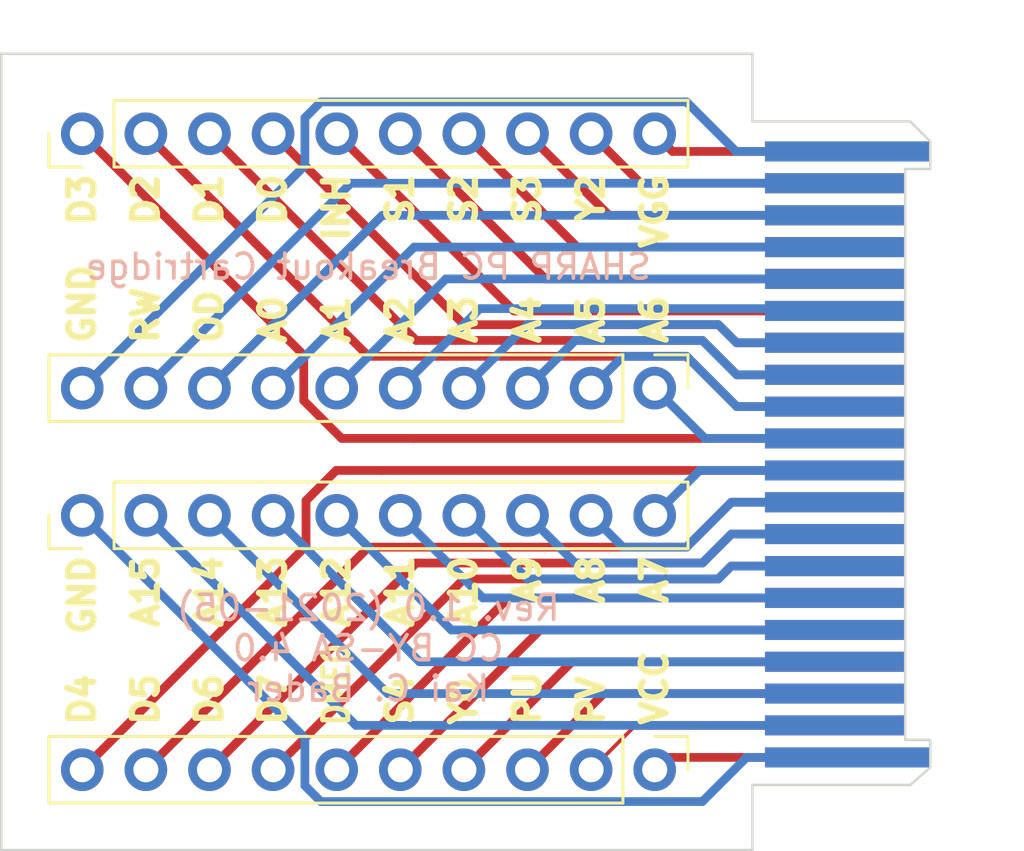
<source format=kicad_pcb>
(kicad_pcb (version 20171130) (host pcbnew 5.1.10-88a1d61d58~88~ubuntu20.10.1)

  (general
    (thickness 1.6)
    (drawings 45)
    (tracks 119)
    (zones 0)
    (modules 5)
    (nets 41)
  )

  (page User 210.007 148.488)
  (title_block
    (title "SHARP PC Breakout Cartridge")
    (date 2021-05-08)
    (rev 1.0)
    (company www.KaiBader.de)
    (comment 1 "CC BY-SA 4.0")
    (comment 2 "Kai C. Bader")
  )

  (layers
    (0 F.Cu signal)
    (31 B.Cu signal)
    (32 B.Adhes user)
    (33 F.Adhes user)
    (34 B.Paste user)
    (35 F.Paste user)
    (36 B.SilkS user)
    (37 F.SilkS user)
    (38 B.Mask user)
    (39 F.Mask user)
    (40 Dwgs.User user)
    (41 Cmts.User user)
    (42 Eco1.User user)
    (43 Eco2.User user)
    (44 Edge.Cuts user)
    (45 Margin user)
    (46 B.CrtYd user)
    (47 F.CrtYd user)
    (48 B.Fab user)
    (49 F.Fab user)
  )

  (setup
    (last_trace_width 0.35)
    (trace_clearance 0.2)
    (zone_clearance 0.508)
    (zone_45_only no)
    (trace_min 0.2)
    (via_size 0.8)
    (via_drill 0.4)
    (via_min_size 0.4)
    (via_min_drill 0.3)
    (uvia_size 0.3)
    (uvia_drill 0.1)
    (uvias_allowed no)
    (uvia_min_size 0.2)
    (uvia_min_drill 0.1)
    (edge_width 0.1)
    (segment_width 0.2)
    (pcb_text_width 0.3)
    (pcb_text_size 1.5 1.5)
    (mod_edge_width 0.15)
    (mod_text_size 1 1)
    (mod_text_width 0.15)
    (pad_size 1.7 1.7)
    (pad_drill 1)
    (pad_to_mask_clearance 0)
    (aux_axis_origin 0 0)
    (visible_elements FFFFFF7F)
    (pcbplotparams
      (layerselection 0x010fc_ffffffff)
      (usegerberextensions true)
      (usegerberattributes false)
      (usegerberadvancedattributes false)
      (creategerberjobfile false)
      (excludeedgelayer true)
      (linewidth 0.100000)
      (plotframeref false)
      (viasonmask false)
      (mode 1)
      (useauxorigin false)
      (hpglpennumber 1)
      (hpglpenspeed 20)
      (hpglpendiameter 15.000000)
      (psnegative false)
      (psa4output false)
      (plotreference true)
      (plotvalue false)
      (plotinvisibletext false)
      (padsonsilk false)
      (subtractmaskfromsilk true)
      (outputformat 1)
      (mirror false)
      (drillshape 0)
      (scaleselection 1)
      (outputdirectory "Gerber/"))
  )

  (net 0 "")
  (net 1 "Net-(J1-Pad1)")
  (net 2 "Net-(J1-Pad2)")
  (net 3 "Net-(J1-Pad3)")
  (net 4 "Net-(J1-Pad4)")
  (net 5 "Net-(J1-Pad5)")
  (net 6 "Net-(J1-Pad6)")
  (net 7 "Net-(J1-Pad7)")
  (net 8 "Net-(J1-Pad8)")
  (net 9 "Net-(J1-Pad9)")
  (net 10 "Net-(J1-Pad10)")
  (net 11 "Net-(J2-Pad10)")
  (net 12 "Net-(J2-Pad9)")
  (net 13 "Net-(J2-Pad8)")
  (net 14 "Net-(J2-Pad7)")
  (net 15 "Net-(J2-Pad6)")
  (net 16 "Net-(J2-Pad5)")
  (net 17 "Net-(J2-Pad4)")
  (net 18 "Net-(J2-Pad3)")
  (net 19 "Net-(J2-Pad2)")
  (net 20 "Net-(J2-Pad1)")
  (net 21 "Net-(J3-Pad36)")
  (net 22 "Net-(J3-Pad34)")
  (net 23 "Net-(J3-Pad32)")
  (net 24 "Net-(J3-Pad30)")
  (net 25 "Net-(J3-Pad28)")
  (net 26 "Net-(J3-Pad26)")
  (net 27 "Net-(J3-Pad24)")
  (net 28 "Net-(J3-Pad22)")
  (net 29 "Net-(J3-Pad40)")
  (net 30 "Net-(J3-Pad38)")
  (net 31 "Net-(J3-Pad37)")
  (net 32 "Net-(J3-Pad35)")
  (net 33 "Net-(J3-Pad33)")
  (net 34 "Net-(J3-Pad31)")
  (net 35 "Net-(J3-Pad29)")
  (net 36 "Net-(J3-Pad27)")
  (net 37 "Net-(J3-Pad25)")
  (net 38 "Net-(J3-Pad23)")
  (net 39 "Net-(J3-Pad21)")
  (net 40 "Net-(J3-Pad39)")

  (net_class Default "This is the default net class."
    (clearance 0.2)
    (trace_width 0.35)
    (via_dia 0.8)
    (via_drill 0.4)
    (uvia_dia 0.3)
    (uvia_drill 0.1)
    (add_net "Net-(J1-Pad1)")
    (add_net "Net-(J1-Pad10)")
    (add_net "Net-(J1-Pad2)")
    (add_net "Net-(J1-Pad3)")
    (add_net "Net-(J1-Pad4)")
    (add_net "Net-(J1-Pad5)")
    (add_net "Net-(J1-Pad6)")
    (add_net "Net-(J1-Pad7)")
    (add_net "Net-(J1-Pad8)")
    (add_net "Net-(J1-Pad9)")
    (add_net "Net-(J2-Pad1)")
    (add_net "Net-(J2-Pad10)")
    (add_net "Net-(J2-Pad2)")
    (add_net "Net-(J2-Pad3)")
    (add_net "Net-(J2-Pad4)")
    (add_net "Net-(J2-Pad5)")
    (add_net "Net-(J2-Pad6)")
    (add_net "Net-(J2-Pad7)")
    (add_net "Net-(J2-Pad8)")
    (add_net "Net-(J2-Pad9)")
    (add_net "Net-(J3-Pad21)")
    (add_net "Net-(J3-Pad22)")
    (add_net "Net-(J3-Pad23)")
    (add_net "Net-(J3-Pad24)")
    (add_net "Net-(J3-Pad25)")
    (add_net "Net-(J3-Pad26)")
    (add_net "Net-(J3-Pad27)")
    (add_net "Net-(J3-Pad28)")
    (add_net "Net-(J3-Pad29)")
    (add_net "Net-(J3-Pad30)")
    (add_net "Net-(J3-Pad31)")
    (add_net "Net-(J3-Pad32)")
    (add_net "Net-(J3-Pad33)")
    (add_net "Net-(J3-Pad34)")
    (add_net "Net-(J3-Pad35)")
    (add_net "Net-(J3-Pad36)")
    (add_net "Net-(J3-Pad37)")
    (add_net "Net-(J3-Pad38)")
    (add_net "Net-(J3-Pad39)")
    (add_net "Net-(J3-Pad40)")
  )

  (module Connector_PinHeader_2.54mm:PinHeader_1x10_P2.54mm_Vertical (layer F.Cu) (tedit 60957974) (tstamp 609595E1)
    (at 90.18 54.38 90)
    (descr "Through hole straight pin header, 1x10, 2.54mm pitch, single row")
    (tags "Through hole pin header THT 1x10 2.54mm single row")
    (path /6094EB79)
    (fp_text reference J2 (at 0 -2.33 90) (layer F.SilkS) hide
      (effects (font (size 1 1) (thickness 0.15)))
    )
    (fp_text value PINS2 (at 0 25.19 90) (layer F.Fab)
      (effects (font (size 1 1) (thickness 0.15)))
    )
    (fp_line (start 1.8 -1.8) (end -1.8 -1.8) (layer F.CrtYd) (width 0.05))
    (fp_line (start 1.8 24.65) (end 1.8 -1.8) (layer F.CrtYd) (width 0.05))
    (fp_line (start -1.8 24.65) (end 1.8 24.65) (layer F.CrtYd) (width 0.05))
    (fp_line (start -1.8 -1.8) (end -1.8 24.65) (layer F.CrtYd) (width 0.05))
    (fp_line (start -1.33 -1.33) (end 0 -1.33) (layer F.SilkS) (width 0.12))
    (fp_line (start -1.33 0) (end -1.33 -1.33) (layer F.SilkS) (width 0.12))
    (fp_line (start -1.33 1.27) (end 1.33 1.27) (layer F.SilkS) (width 0.12))
    (fp_line (start 1.33 1.27) (end 1.33 24.19) (layer F.SilkS) (width 0.12))
    (fp_line (start -1.33 1.27) (end -1.33 24.19) (layer F.SilkS) (width 0.12))
    (fp_line (start -1.33 24.19) (end 1.33 24.19) (layer F.SilkS) (width 0.12))
    (fp_line (start -1.27 -0.635) (end -0.635 -1.27) (layer F.Fab) (width 0.1))
    (fp_line (start -1.27 24.13) (end -1.27 -0.635) (layer F.Fab) (width 0.1))
    (fp_line (start 1.27 24.13) (end -1.27 24.13) (layer F.Fab) (width 0.1))
    (fp_line (start 1.27 -1.27) (end 1.27 24.13) (layer F.Fab) (width 0.1))
    (fp_line (start -0.635 -1.27) (end 1.27 -1.27) (layer F.Fab) (width 0.1))
    (fp_text user %R (at 0 11.43) (layer F.Fab)
      (effects (font (size 1 1) (thickness 0.15)))
    )
    (pad 10 thru_hole oval (at 0 22.86 90) (size 1.7 1.7) (drill 1) (layers *.Cu *.Mask)
      (net 11 "Net-(J2-Pad10)"))
    (pad 9 thru_hole oval (at 0 20.32 90) (size 1.7 1.7) (drill 1) (layers *.Cu *.Mask)
      (net 12 "Net-(J2-Pad9)"))
    (pad 8 thru_hole oval (at 0 17.78 90) (size 1.7 1.7) (drill 1) (layers *.Cu *.Mask)
      (net 13 "Net-(J2-Pad8)"))
    (pad 7 thru_hole oval (at 0 15.24 90) (size 1.7 1.7) (drill 1) (layers *.Cu *.Mask)
      (net 14 "Net-(J2-Pad7)"))
    (pad 6 thru_hole oval (at 0 12.7 90) (size 1.7 1.7) (drill 1) (layers *.Cu *.Mask)
      (net 15 "Net-(J2-Pad6)"))
    (pad 5 thru_hole oval (at 0 10.16 90) (size 1.7 1.7) (drill 1) (layers *.Cu *.Mask)
      (net 16 "Net-(J2-Pad5)"))
    (pad 4 thru_hole oval (at 0 7.62 90) (size 1.7 1.7) (drill 1) (layers *.Cu *.Mask)
      (net 17 "Net-(J2-Pad4)"))
    (pad 3 thru_hole oval (at 0 5.08 90) (size 1.7 1.7) (drill 1) (layers *.Cu *.Mask)
      (net 18 "Net-(J2-Pad3)"))
    (pad 2 thru_hole oval (at 0 2.54 90) (size 1.7 1.7) (drill 1) (layers *.Cu *.Mask)
      (net 19 "Net-(J2-Pad2)"))
    (pad 1 thru_hole circle (at 0 0 90) (size 1.7 1.7) (drill 1) (layers *.Cu *.Mask)
      (net 20 "Net-(J2-Pad1)"))
    (model ${KISYS3DMOD}/Connector_PinHeader_2.54mm.3dshapes/PinHeader_1x10_P2.54mm_Vertical.wrl
      (at (xyz 0 0 0))
      (scale (xyz 1 1 1))
      (rotate (xyz 0 0 0))
    )
  )

  (module Connector_PinHeader_2.54mm:PinHeader_1x10_P2.54mm_Vertical (layer F.Cu) (tedit 6095798B) (tstamp 609595C3)
    (at 113.04 79.78 270)
    (descr "Through hole straight pin header, 1x10, 2.54mm pitch, single row")
    (tags "Through hole pin header THT 1x10 2.54mm single row")
    (path /60947249)
    (fp_text reference J1 (at 0 -2.33 90) (layer F.SilkS) hide
      (effects (font (size 1 1) (thickness 0.15)))
    )
    (fp_text value PINS1 (at 0 25.19 90) (layer F.Fab)
      (effects (font (size 1 1) (thickness 0.15)))
    )
    (fp_line (start 1.8 -1.8) (end -1.8 -1.8) (layer F.CrtYd) (width 0.05))
    (fp_line (start 1.8 24.65) (end 1.8 -1.8) (layer F.CrtYd) (width 0.05))
    (fp_line (start -1.8 24.65) (end 1.8 24.65) (layer F.CrtYd) (width 0.05))
    (fp_line (start -1.8 -1.8) (end -1.8 24.65) (layer F.CrtYd) (width 0.05))
    (fp_line (start -1.33 -1.33) (end 0 -1.33) (layer F.SilkS) (width 0.12))
    (fp_line (start -1.33 0) (end -1.33 -1.33) (layer F.SilkS) (width 0.12))
    (fp_line (start -1.33 1.27) (end 1.33 1.27) (layer F.SilkS) (width 0.12))
    (fp_line (start 1.33 1.27) (end 1.33 24.19) (layer F.SilkS) (width 0.12))
    (fp_line (start -1.33 1.27) (end -1.33 24.19) (layer F.SilkS) (width 0.12))
    (fp_line (start -1.33 24.19) (end 1.33 24.19) (layer F.SilkS) (width 0.12))
    (fp_line (start -1.27 -0.635) (end -0.635 -1.27) (layer F.Fab) (width 0.1))
    (fp_line (start -1.27 24.13) (end -1.27 -0.635) (layer F.Fab) (width 0.1))
    (fp_line (start 1.27 24.13) (end -1.27 24.13) (layer F.Fab) (width 0.1))
    (fp_line (start 1.27 -1.27) (end 1.27 24.13) (layer F.Fab) (width 0.1))
    (fp_line (start -0.635 -1.27) (end 1.27 -1.27) (layer F.Fab) (width 0.1))
    (fp_text user %R (at 0 11.43) (layer F.Fab)
      (effects (font (size 1 1) (thickness 0.15)))
    )
    (pad 10 thru_hole oval (at 0 22.86 270) (size 1.7 1.7) (drill 1) (layers *.Cu *.Mask)
      (net 10 "Net-(J1-Pad10)"))
    (pad 9 thru_hole oval (at 0 20.32 270) (size 1.7 1.7) (drill 1) (layers *.Cu *.Mask)
      (net 9 "Net-(J1-Pad9)"))
    (pad 8 thru_hole oval (at 0 17.78 270) (size 1.7 1.7) (drill 1) (layers *.Cu *.Mask)
      (net 8 "Net-(J1-Pad8)"))
    (pad 7 thru_hole oval (at 0 15.24 270) (size 1.7 1.7) (drill 1) (layers *.Cu *.Mask)
      (net 7 "Net-(J1-Pad7)"))
    (pad 6 thru_hole oval (at 0 12.7 270) (size 1.7 1.7) (drill 1) (layers *.Cu *.Mask)
      (net 6 "Net-(J1-Pad6)"))
    (pad 5 thru_hole oval (at 0 10.16 270) (size 1.7 1.7) (drill 1) (layers *.Cu *.Mask)
      (net 5 "Net-(J1-Pad5)"))
    (pad 4 thru_hole oval (at 0 7.62 270) (size 1.7 1.7) (drill 1) (layers *.Cu *.Mask)
      (net 4 "Net-(J1-Pad4)"))
    (pad 3 thru_hole oval (at 0 5.08 270) (size 1.7 1.7) (drill 1) (layers *.Cu *.Mask)
      (net 3 "Net-(J1-Pad3)"))
    (pad 2 thru_hole oval (at 0 2.54 270) (size 1.7 1.7) (drill 1) (layers *.Cu *.Mask)
      (net 2 "Net-(J1-Pad2)"))
    (pad 1 thru_hole circle (at 0 0 270) (size 1.7 1.7) (drill 1) (layers *.Cu *.Mask)
      (net 1 "Net-(J1-Pad1)"))
    (model ${KISYS3DMOD}/Connector_PinHeader_2.54mm.3dshapes/PinHeader_1x10_P2.54mm_Vertical.wrl
      (at (xyz 0 0 0))
      (scale (xyz 1 1 1))
      (rotate (xyz 0 0 0))
    )
  )

  (module Sharp-PC-Footprints:SHARP-PC-CARTRIDGE (layer F.Cu) (tedit 5C8C0ECA) (tstamp 6095961C)
    (at 116.944 51.188)
    (descr "Sharp PC 40 Pin Cartridge Connector")
    (tags "Sharp PC Cartridge Connector")
    (path /6095A054)
    (attr smd)
    (fp_text reference J3 (at 3.8 1.1 180) (layer F.Fab) hide
      (effects (font (size 1 1) (thickness 0.15)))
    )
    (fp_text value "40-Pin Connector" (at 8 16.1 90) (layer F.Fab)
      (effects (font (size 1 1) (thickness 0.15)))
    )
    (fp_line (start 0 0) (end 0 2.7) (layer Edge.Cuts) (width 0.1))
    (fp_line (start 0 2.7) (end 6.3 2.7) (layer Edge.Cuts) (width 0.1))
    (fp_line (start 6.3 2.7) (end 7.1 3.5) (layer Edge.Cuts) (width 0.1))
    (fp_line (start 7.1 3.5) (end 7.1 4.6) (layer Edge.Cuts) (width 0.1))
    (fp_line (start 7.1 4.6) (end 6.1 4.6) (layer Edge.Cuts) (width 0.1))
    (fp_line (start 6.1 4.6) (end 6.1 27.4) (layer Edge.Cuts) (width 0.1))
    (fp_line (start 6.1 27.4) (end 7.1 27.4) (layer Edge.Cuts) (width 0.1))
    (fp_line (start 7.1 27.4) (end 7.1 28.5) (layer Edge.Cuts) (width 0.1))
    (fp_line (start 7.1 28.5) (end 6.3 29.2) (layer Edge.Cuts) (width 0.1))
    (fp_line (start 6.3 29.2) (end 0 29.2) (layer Edge.Cuts) (width 0.1))
    (fp_line (start 0 29.2) (end 0 31.8) (layer Edge.Cuts) (width 0.1))
    (fp_poly (pts (xy 0.5 29.2) (xy 6.3 29.2) (xy 7.1 28.5) (xy 7.1 27.4)
      (xy 6.1 27.4) (xy 6.1 4.6) (xy 7.1 4.6) (xy 7.1 3.5)
      (xy 6.3 2.7) (xy 0.5 2.7)) (layer F.Mask) (width 0.05))
    (fp_poly (pts (xy 0.5 29.2) (xy 6.3 29.2) (xy 7.1 28.5) (xy 7.1 27.4)
      (xy 6.1 27.4) (xy 6.1 4.6) (xy 7.1 4.6) (xy 7.1 3.5)
      (xy 6.3 2.7) (xy 0.5 2.7)) (layer B.Mask) (width 0.05))
    (fp_text user "Total Width < 50 mm" (at 1.2 -1.3) (layer Dwgs.User)
      (effects (font (size 1 1) (thickness 0.15)))
    )
    (fp_text user "Height = 31.8 mm" (at 10 17.1 270) (layer Dwgs.User)
      (effects (font (size 1 1) (thickness 0.15)))
    )
    (pad 37 smd rect (at 3.3 7.72 180) (size 5.6 0.8) (layers B.Cu B.Paste B.Mask)
      (net 31 "Net-(J3-Pad37)"))
    (pad 36 smd rect (at 3.3 8.99 180) (size 5.6 0.8) (layers B.Cu B.Paste B.Mask)
      (net 21 "Net-(J3-Pad36)"))
    (pad 35 smd rect (at 3.3 10.27 180) (size 5.6 0.8) (layers B.Cu B.Paste B.Mask)
      (net 32 "Net-(J3-Pad35)"))
    (pad 34 smd rect (at 3.3 11.54 180) (size 5.6 0.8) (layers B.Cu B.Paste B.Mask)
      (net 22 "Net-(J3-Pad34)"))
    (pad 33 smd rect (at 3.3 12.82 180) (size 5.6 0.8) (layers B.Cu B.Paste B.Mask)
      (net 33 "Net-(J3-Pad33)"))
    (pad 32 smd rect (at 3.3 14.09 180) (size 5.6 0.8) (layers B.Cu B.Paste B.Mask)
      (net 23 "Net-(J3-Pad32)"))
    (pad 31 smd rect (at 3.3 15.36 180) (size 5.6 0.8) (layers B.Cu B.Paste B.Mask)
      (net 34 "Net-(J3-Pad31)"))
    (pad 30 smd rect (at 3.3 16.64 180) (size 5.6 0.8) (layers B.Cu B.Paste B.Mask)
      (net 24 "Net-(J3-Pad30)"))
    (pad 29 smd rect (at 3.3 17.91 180) (size 5.6 0.8) (layers B.Cu B.Paste B.Mask)
      (net 35 "Net-(J3-Pad29)"))
    (pad 28 smd rect (at 3.3 19.18 180) (size 5.6 0.8) (layers B.Cu B.Paste B.Mask)
      (net 25 "Net-(J3-Pad28)"))
    (pad 27 smd rect (at 3.3 20.46 180) (size 5.6 0.8) (layers B.Cu B.Paste B.Mask)
      (net 36 "Net-(J3-Pad27)"))
    (pad 26 smd rect (at 3.3 21.73 180) (size 5.6 0.8) (layers B.Cu B.Paste B.Mask)
      (net 26 "Net-(J3-Pad26)"))
    (pad 25 smd rect (at 3.3 23.01 180) (size 5.6 0.8) (layers B.Cu B.Paste B.Mask)
      (net 37 "Net-(J3-Pad25)"))
    (pad 24 smd rect (at 3.3 24.28 180) (size 5.6 0.8) (layers B.Cu B.Paste B.Mask)
      (net 27 "Net-(J3-Pad24)"))
    (pad 23 smd rect (at 3.3 25.55 180) (size 5.6 0.8) (layers B.Cu B.Paste B.Mask)
      (net 38 "Net-(J3-Pad23)"))
    (pad 22 smd rect (at 3.3 26.82 180) (size 5.6 0.8) (layers B.Cu B.Paste B.Mask)
      (net 28 "Net-(J3-Pad22)"))
    (pad 14 smd rect (at 3.3 11.54 180) (size 5.6 0.8) (layers F.Cu F.Paste F.Mask)
      (net 17 "Net-(J2-Pad4)"))
    (pad 13 smd rect (at 3.3 12.82 180) (size 5.6 0.8) (layers F.Cu F.Paste F.Mask)
      (net 18 "Net-(J2-Pad3)"))
    (pad 12 smd rect (at 3.3 14.09 180) (size 5.6 0.8) (layers F.Cu F.Paste F.Mask)
      (net 19 "Net-(J2-Pad2)"))
    (pad 11 smd rect (at 3.3 15.36 180) (size 5.6 0.8) (layers F.Cu F.Paste F.Mask)
      (net 20 "Net-(J2-Pad1)"))
    (pad 10 smd rect (at 3.3 16.64 180) (size 5.6 0.8) (layers F.Cu F.Paste F.Mask)
      (net 10 "Net-(J1-Pad10)"))
    (pad 9 smd rect (at 3.3 17.91 180) (size 5.6 0.8) (layers F.Cu F.Paste F.Mask)
      (net 9 "Net-(J1-Pad9)"))
    (pad 8 smd rect (at 3.3 19.18 180) (size 5.6 0.8) (layers F.Cu F.Paste F.Mask)
      (net 8 "Net-(J1-Pad8)"))
    (pad 7 smd rect (at 3.3 20.46 180) (size 5.6 0.8) (layers F.Cu F.Paste F.Mask)
      (net 7 "Net-(J1-Pad7)"))
    (pad 6 smd rect (at 3.3 21.73 180) (size 5.6 0.8) (layers F.Cu F.Paste F.Mask)
      (net 6 "Net-(J1-Pad6)"))
    (pad 21 smd rect (at 3.8 28.1 180) (size 6.6 0.8) (layers B.Cu B.Paste B.Mask)
      (net 39 "Net-(J3-Pad21)"))
    (pad 40 smd rect (at 3.8 3.9 180) (size 6.6 0.8) (layers B.Cu B.Paste B.Mask)
      (net 29 "Net-(J3-Pad40)"))
    (pad 15 smd rect (at 3.3 10.27 180) (size 5.6 0.8) (layers F.Cu F.Paste F.Mask)
      (net 16 "Net-(J2-Pad5)"))
    (pad 38 smd rect (at 3.3 6.45 180) (size 5.6 0.8) (layers B.Cu B.Paste B.Mask)
      (net 30 "Net-(J3-Pad38)"))
    (pad 3 smd rect (at 3.3 25.55 180) (size 5.6 0.8) (layers F.Cu F.Paste F.Mask)
      (net 3 "Net-(J1-Pad3)"))
    (pad 2 smd rect (at 3.3 26.82 180) (size 5.6 0.8) (layers F.Cu F.Paste F.Mask)
      (net 2 "Net-(J1-Pad2)"))
    (pad 39 smd rect (at 3.3 5.17 180) (size 5.6 0.8) (layers B.Cu B.Paste B.Mask)
      (net 40 "Net-(J3-Pad39)"))
    (pad 16 smd rect (at 3.3 8.99 180) (size 5.6 0.8) (layers F.Cu F.Paste F.Mask)
      (net 15 "Net-(J2-Pad6)"))
    (pad 17 smd rect (at 3.3 7.72 180) (size 5.6 0.8) (layers F.Cu F.Paste F.Mask)
      (net 14 "Net-(J2-Pad7)"))
    (pad 18 smd rect (at 3.3 6.45 180) (size 5.6 0.8) (layers F.Cu F.Paste F.Mask)
      (net 13 "Net-(J2-Pad8)"))
    (pad 5 smd rect (at 3.3 23.01 180) (size 5.6 0.8) (layers F.Cu F.Paste F.Mask)
      (net 5 "Net-(J1-Pad5)"))
    (pad 1 smd rect (at 3.8 28.1 180) (size 6.6 0.8) (layers F.Cu F.Paste F.Mask)
      (net 1 "Net-(J1-Pad1)"))
    (pad 20 smd rect (at 3.8 3.9 180) (size 6.6 0.8) (layers F.Cu F.Paste F.Mask)
      (net 11 "Net-(J2-Pad10)"))
    (pad 4 smd rect (at 3.3 24.28 180) (size 5.6 0.8) (layers F.Cu F.Paste F.Mask)
      (net 4 "Net-(J1-Pad4)"))
    (pad 19 smd rect (at 3.3 5.17 180) (size 5.6 0.8) (layers F.Cu F.Paste F.Mask)
      (net 12 "Net-(J2-Pad9)"))
  )

  (module Connector_PinHeader_2.54mm:PinHeader_1x10_P2.54mm_Vertical (layer F.Cu) (tedit 60957983) (tstamp 6095AB45)
    (at 90.18 69.62 90)
    (descr "Through hole straight pin header, 1x10, 2.54mm pitch, single row")
    (tags "Through hole pin header THT 1x10 2.54mm single row")
    (path /6095318A)
    (fp_text reference J4 (at 0 -2.33 90) (layer F.SilkS) hide
      (effects (font (size 1 1) (thickness 0.15)))
    )
    (fp_text value PINS4 (at 0 25.19 90) (layer F.Fab)
      (effects (font (size 1 1) (thickness 0.15)))
    )
    (fp_line (start -0.635 -1.27) (end 1.27 -1.27) (layer F.Fab) (width 0.1))
    (fp_line (start 1.27 -1.27) (end 1.27 24.13) (layer F.Fab) (width 0.1))
    (fp_line (start 1.27 24.13) (end -1.27 24.13) (layer F.Fab) (width 0.1))
    (fp_line (start -1.27 24.13) (end -1.27 -0.635) (layer F.Fab) (width 0.1))
    (fp_line (start -1.27 -0.635) (end -0.635 -1.27) (layer F.Fab) (width 0.1))
    (fp_line (start -1.33 24.19) (end 1.33 24.19) (layer F.SilkS) (width 0.12))
    (fp_line (start -1.33 1.27) (end -1.33 24.19) (layer F.SilkS) (width 0.12))
    (fp_line (start 1.33 1.27) (end 1.33 24.19) (layer F.SilkS) (width 0.12))
    (fp_line (start -1.33 1.27) (end 1.33 1.27) (layer F.SilkS) (width 0.12))
    (fp_line (start -1.33 0) (end -1.33 -1.33) (layer F.SilkS) (width 0.12))
    (fp_line (start -1.33 -1.33) (end 0 -1.33) (layer F.SilkS) (width 0.12))
    (fp_line (start -1.8 -1.8) (end -1.8 24.65) (layer F.CrtYd) (width 0.05))
    (fp_line (start -1.8 24.65) (end 1.8 24.65) (layer F.CrtYd) (width 0.05))
    (fp_line (start 1.8 24.65) (end 1.8 -1.8) (layer F.CrtYd) (width 0.05))
    (fp_line (start 1.8 -1.8) (end -1.8 -1.8) (layer F.CrtYd) (width 0.05))
    (fp_text user %R (at 0 11.43) (layer F.Fab)
      (effects (font (size 1 1) (thickness 0.15)))
    )
    (pad 1 thru_hole circle (at 0 0 90) (size 1.7 1.7) (drill 1) (layers *.Cu *.Mask)
      (net 39 "Net-(J3-Pad21)"))
    (pad 2 thru_hole oval (at 0 2.54 90) (size 1.7 1.7) (drill 1) (layers *.Cu *.Mask)
      (net 28 "Net-(J3-Pad22)"))
    (pad 3 thru_hole oval (at 0 5.08 90) (size 1.7 1.7) (drill 1) (layers *.Cu *.Mask)
      (net 38 "Net-(J3-Pad23)"))
    (pad 4 thru_hole oval (at 0 7.62 90) (size 1.7 1.7) (drill 1) (layers *.Cu *.Mask)
      (net 27 "Net-(J3-Pad24)"))
    (pad 5 thru_hole oval (at 0 10.16 90) (size 1.7 1.7) (drill 1) (layers *.Cu *.Mask)
      (net 37 "Net-(J3-Pad25)"))
    (pad 6 thru_hole oval (at 0 12.7 90) (size 1.7 1.7) (drill 1) (layers *.Cu *.Mask)
      (net 26 "Net-(J3-Pad26)"))
    (pad 7 thru_hole oval (at 0 15.24 90) (size 1.7 1.7) (drill 1) (layers *.Cu *.Mask)
      (net 36 "Net-(J3-Pad27)"))
    (pad 8 thru_hole oval (at 0 17.78 90) (size 1.7 1.7) (drill 1) (layers *.Cu *.Mask)
      (net 25 "Net-(J3-Pad28)"))
    (pad 9 thru_hole oval (at 0 20.32 90) (size 1.7 1.7) (drill 1) (layers *.Cu *.Mask)
      (net 35 "Net-(J3-Pad29)"))
    (pad 10 thru_hole oval (at 0 22.86 90) (size 1.7 1.7) (drill 1) (layers *.Cu *.Mask)
      (net 24 "Net-(J3-Pad30)"))
    (model ${KISYS3DMOD}/Connector_PinHeader_2.54mm.3dshapes/PinHeader_1x10_P2.54mm_Vertical.wrl
      (at (xyz 0 0 0))
      (scale (xyz 1 1 1))
      (rotate (xyz 0 0 0))
    )
  )

  (module Connector_PinHeader_2.54mm:PinHeader_1x10_P2.54mm_Vertical (layer F.Cu) (tedit 6095797C) (tstamp 609577C1)
    (at 113.04 64.54 270)
    (descr "Through hole straight pin header, 1x10, 2.54mm pitch, single row")
    (tags "Through hole pin header THT 1x10 2.54mm single row")
    (path /60953312)
    (fp_text reference J5 (at 0 -2.33 90) (layer F.SilkS) hide
      (effects (font (size 1 1) (thickness 0.15)))
    )
    (fp_text value PINS3 (at 0 25.19 90) (layer F.Fab)
      (effects (font (size 1 1) (thickness 0.15)))
    )
    (fp_line (start 1.8 -1.8) (end -1.8 -1.8) (layer F.CrtYd) (width 0.05))
    (fp_line (start 1.8 24.65) (end 1.8 -1.8) (layer F.CrtYd) (width 0.05))
    (fp_line (start -1.8 24.65) (end 1.8 24.65) (layer F.CrtYd) (width 0.05))
    (fp_line (start -1.8 -1.8) (end -1.8 24.65) (layer F.CrtYd) (width 0.05))
    (fp_line (start -1.33 -1.33) (end 0 -1.33) (layer F.SilkS) (width 0.12))
    (fp_line (start -1.33 0) (end -1.33 -1.33) (layer F.SilkS) (width 0.12))
    (fp_line (start -1.33 1.27) (end 1.33 1.27) (layer F.SilkS) (width 0.12))
    (fp_line (start 1.33 1.27) (end 1.33 24.19) (layer F.SilkS) (width 0.12))
    (fp_line (start -1.33 1.27) (end -1.33 24.19) (layer F.SilkS) (width 0.12))
    (fp_line (start -1.33 24.19) (end 1.33 24.19) (layer F.SilkS) (width 0.12))
    (fp_line (start -1.27 -0.635) (end -0.635 -1.27) (layer F.Fab) (width 0.1))
    (fp_line (start -1.27 24.13) (end -1.27 -0.635) (layer F.Fab) (width 0.1))
    (fp_line (start 1.27 24.13) (end -1.27 24.13) (layer F.Fab) (width 0.1))
    (fp_line (start 1.27 -1.27) (end 1.27 24.13) (layer F.Fab) (width 0.1))
    (fp_line (start -0.635 -1.27) (end 1.27 -1.27) (layer F.Fab) (width 0.1))
    (fp_text user %R (at 0 11.43) (layer F.Fab)
      (effects (font (size 1 1) (thickness 0.15)))
    )
    (pad 10 thru_hole oval (at 0 22.86 270) (size 1.7 1.7) (drill 1) (layers *.Cu *.Mask)
      (net 29 "Net-(J3-Pad40)"))
    (pad 9 thru_hole oval (at 0 20.32 270) (size 1.7 1.7) (drill 1) (layers *.Cu *.Mask)
      (net 40 "Net-(J3-Pad39)"))
    (pad 8 thru_hole oval (at 0 17.78 270) (size 1.7 1.7) (drill 1) (layers *.Cu *.Mask)
      (net 30 "Net-(J3-Pad38)"))
    (pad 7 thru_hole oval (at 0 15.24 270) (size 1.7 1.7) (drill 1) (layers *.Cu *.Mask)
      (net 31 "Net-(J3-Pad37)"))
    (pad 6 thru_hole oval (at 0 12.7 270) (size 1.7 1.7) (drill 1) (layers *.Cu *.Mask)
      (net 21 "Net-(J3-Pad36)"))
    (pad 5 thru_hole oval (at 0 10.16 270) (size 1.7 1.7) (drill 1) (layers *.Cu *.Mask)
      (net 32 "Net-(J3-Pad35)"))
    (pad 4 thru_hole oval (at 0 7.62 270) (size 1.7 1.7) (drill 1) (layers *.Cu *.Mask)
      (net 22 "Net-(J3-Pad34)"))
    (pad 3 thru_hole oval (at 0 5.08 270) (size 1.7 1.7) (drill 1) (layers *.Cu *.Mask)
      (net 33 "Net-(J3-Pad33)"))
    (pad 2 thru_hole oval (at 0 2.54 270) (size 1.7 1.7) (drill 1) (layers *.Cu *.Mask)
      (net 23 "Net-(J3-Pad32)"))
    (pad 1 thru_hole circle (at 0 0 270) (size 1.7 1.7) (drill 1) (layers *.Cu *.Mask)
      (net 34 "Net-(J3-Pad31)"))
    (model ${KISYS3DMOD}/Connector_PinHeader_2.54mm.3dshapes/PinHeader_1x10_P2.54mm_Vertical.wrl
      (at (xyz 0 0 0))
      (scale (xyz 1 1 1))
      (rotate (xyz 0 0 0))
    )
  )

  (gr_text "SHARP PC Breakout Cartridge" (at 101.6 59.69) (layer B.SilkS)
    (effects (font (size 1 1) (thickness 0.15)) (justify mirror))
  )
  (gr_text "Rev. 1.0 (2021-05)\nCC BY-SA 4.0\nKai C. Bader" (at 101.6 74.93) (layer B.SilkS)
    (effects (font (size 1 1) (thickness 0.15)) (justify mirror))
  )
  (gr_text VGG (at 113.03 55.88 90) (layer F.SilkS) (tstamp 6095A350)
    (effects (font (size 1 1) (thickness 0.25)) (justify right))
  )
  (gr_text VCC (at 113.03 78.105 90) (layer F.SilkS) (tstamp 6095A31B)
    (effects (font (size 1 1) (thickness 0.25)) (justify left))
  )
  (gr_text Y2 (at 110.49 55.88 90) (layer F.SilkS) (tstamp 6095A319)
    (effects (font (size 1 1) (thickness 0.25)) (justify right))
  )
  (gr_text S3 (at 107.95 55.88 90) (layer F.SilkS) (tstamp 6095A317)
    (effects (font (size 1 1) (thickness 0.25)) (justify right))
  )
  (gr_text S2 (at 105.41 55.88 90) (layer F.SilkS) (tstamp 6095A315)
    (effects (font (size 1 1) (thickness 0.25)) (justify right))
  )
  (gr_text S1 (at 102.87 55.88 90) (layer F.SilkS) (tstamp 6095A313)
    (effects (font (size 1 1) (thickness 0.25)) (justify right))
  )
  (gr_text INH (at 100.33 55.88 90) (layer F.SilkS) (tstamp 6095A311)
    (effects (font (size 1 1) (thickness 0.25)) (justify right))
  )
  (gr_text D0 (at 97.79 55.88 90) (layer F.SilkS) (tstamp 6095A30F)
    (effects (font (size 1 1) (thickness 0.25)) (justify right))
  )
  (gr_text D1 (at 95.25 55.88 90) (layer F.SilkS) (tstamp 6095A30D)
    (effects (font (size 1 1) (thickness 0.25)) (justify right))
  )
  (gr_text D2 (at 92.71 55.88 90) (layer F.SilkS) (tstamp 6095A30B)
    (effects (font (size 1 1) (thickness 0.25)) (justify right))
  )
  (gr_text D3 (at 90.17 55.88 90) (layer F.SilkS) (tstamp 6095A309)
    (effects (font (size 1 1) (thickness 0.25)) (justify right))
  )
  (gr_text GND (at 90.17 62.865 90) (layer F.SilkS) (tstamp 6095A307)
    (effects (font (size 1 1) (thickness 0.25)) (justify left))
  )
  (gr_text RW (at 92.71 62.865 90) (layer F.SilkS) (tstamp 6095A305)
    (effects (font (size 1 1) (thickness 0.25)) (justify left))
  )
  (gr_text OD (at 95.25 62.865 90) (layer F.SilkS) (tstamp 6095A303)
    (effects (font (size 1 1) (thickness 0.25)) (justify left))
  )
  (gr_text A0 (at 97.79 62.865 90) (layer F.SilkS) (tstamp 6095A301)
    (effects (font (size 1 1) (thickness 0.25)) (justify left))
  )
  (gr_text A1 (at 100.33 62.865 90) (layer F.SilkS) (tstamp 6095A2FF)
    (effects (font (size 1 1) (thickness 0.25)) (justify left))
  )
  (gr_text A2 (at 102.87 62.865 90) (layer F.SilkS) (tstamp 6095A2FD)
    (effects (font (size 1 1) (thickness 0.25)) (justify left))
  )
  (gr_text A3 (at 105.41 62.865 90) (layer F.SilkS) (tstamp 6095A2FB)
    (effects (font (size 1 1) (thickness 0.25)) (justify left))
  )
  (gr_text A4 (at 107.95 62.865 90) (layer F.SilkS) (tstamp 6095A2F9)
    (effects (font (size 1 1) (thickness 0.25)) (justify left))
  )
  (gr_text A5 (at 110.49 62.865 90) (layer F.SilkS) (tstamp 6095A2F7)
    (effects (font (size 1 1) (thickness 0.25)) (justify left))
  )
  (gr_text A6 (at 113.03 62.865 90) (layer F.SilkS) (tstamp 6095A2F5)
    (effects (font (size 1 1) (thickness 0.25)) (justify left))
  )
  (gr_text A7 (at 113.03 71.12 90) (layer F.SilkS) (tstamp 6095A2F3)
    (effects (font (size 1 1) (thickness 0.25)) (justify right))
  )
  (gr_text A8 (at 110.49 71.12 90) (layer F.SilkS) (tstamp 6095A2F1)
    (effects (font (size 1 1) (thickness 0.25)) (justify right))
  )
  (gr_text A9 (at 107.95 71.12 90) (layer F.SilkS) (tstamp 6095A2EF)
    (effects (font (size 1 1) (thickness 0.25)) (justify right))
  )
  (gr_text A10 (at 105.41 71.12 90) (layer F.SilkS) (tstamp 6095A2ED)
    (effects (font (size 1 1) (thickness 0.25)) (justify right))
  )
  (gr_text A11 (at 102.87 71.12 90) (layer F.SilkS) (tstamp 6095A2EB)
    (effects (font (size 1 1) (thickness 0.25)) (justify right))
  )
  (gr_text A12 (at 100.33 71.12 90) (layer F.SilkS) (tstamp 6095A2E9)
    (effects (font (size 1 1) (thickness 0.25)) (justify right))
  )
  (gr_text A13 (at 97.79 71.12 90) (layer F.SilkS) (tstamp 6095A2E7)
    (effects (font (size 1 1) (thickness 0.25)) (justify right))
  )
  (gr_text A14 (at 95.25 71.12 90) (layer F.SilkS) (tstamp 6095A2E5)
    (effects (font (size 1 1) (thickness 0.25)) (justify right))
  )
  (gr_text A15 (at 92.71 71.12 90) (layer F.SilkS) (tstamp 6095A2E3)
    (effects (font (size 1 1) (thickness 0.25)) (justify right))
  )
  (gr_text GND (at 90.17 71.12 90) (layer F.SilkS) (tstamp 6095A2E1)
    (effects (font (size 1 1) (thickness 0.25)) (justify right))
  )
  (gr_text D4 (at 90.17 78.105 90) (layer F.SilkS) (tstamp 6095A2DF)
    (effects (font (size 1 1) (thickness 0.25)) (justify left))
  )
  (gr_text D5 (at 92.71 78.105 90) (layer F.SilkS) (tstamp 6095A2DD)
    (effects (font (size 1 1) (thickness 0.25)) (justify left))
  )
  (gr_text D6 (at 95.25 78.105 90) (layer F.SilkS) (tstamp 6095A2DB)
    (effects (font (size 1 1) (thickness 0.25)) (justify left))
  )
  (gr_text D7 (at 97.79 78.105 90) (layer F.SilkS) (tstamp 6095A2D9)
    (effects (font (size 1 1) (thickness 0.25)) (justify left))
  )
  (gr_text DME0 (at 100.33 78.105 90) (layer F.SilkS) (tstamp 6095A2D7)
    (effects (font (size 1 0.8) (thickness 0.2)) (justify left))
  )
  (gr_text S4 (at 102.87 78.105 90) (layer F.SilkS) (tstamp 6095A2D5)
    (effects (font (size 1 1) (thickness 0.25)) (justify left))
  )
  (gr_text Y0 (at 105.41 78.105 90) (layer F.SilkS) (tstamp 6095A2D3)
    (effects (font (size 1 1) (thickness 0.25)) (justify left))
  )
  (gr_text PU (at 107.95 78.105 90) (layer F.SilkS) (tstamp 6095A2D1)
    (effects (font (size 1 1) (thickness 0.25)) (justify left))
  )
  (gr_text PV (at 110.49 78.105 90) (layer F.SilkS) (tstamp 6095A2CF)
    (effects (font (size 1 1) (thickness 0.25)) (justify left))
  )
  (gr_line (start 86.944 82.988) (end 116.944 82.988) (layer Edge.Cuts) (width 0.1))
  (gr_line (start 86.944 51.188) (end 86.944 82.988) (layer Edge.Cuts) (width 0.1))
  (gr_line (start 116.944 51.188) (end 86.944 51.188) (layer Edge.Cuts) (width 0.1))

  (segment (start 113.532 79.288) (end 113.04 79.78) (width 0.35) (layer F.Cu) (net 1))
  (segment (start 120.744 79.288) (end 113.532 79.288) (width 0.35) (layer F.Cu) (net 1))
  (segment (start 112.272 78.008) (end 120.244 78.008) (width 0.35) (layer F.Cu) (net 2))
  (segment (start 110.5 79.78) (end 112.272 78.008) (width 0.15) (layer F.Cu) (net 2))
  (segment (start 111.002 76.738) (end 120.244 76.738) (width 0.35) (layer F.Cu) (net 3))
  (segment (start 107.96 79.78) (end 111.002 76.738) (width 0.35) (layer F.Cu) (net 3))
  (segment (start 109.732 75.468) (end 120.244 75.468) (width 0.35) (layer F.Cu) (net 4))
  (segment (start 105.42 79.78) (end 109.732 75.468) (width 0.35) (layer F.Cu) (net 4))
  (segment (start 108.462 74.198) (end 120.244 74.198) (width 0.35) (layer F.Cu) (net 5))
  (segment (start 102.88 79.78) (end 108.462 74.198) (width 0.35) (layer F.Cu) (net 5))
  (segment (start 107.202 72.918) (end 120.244 72.918) (width 0.35) (layer F.Cu) (net 6))
  (segment (start 100.34 79.78) (end 107.202 72.918) (width 0.35) (layer F.Cu) (net 6))
  (segment (start 115.58 72.16) (end 116.092 71.648) (width 0.35) (layer F.Cu) (net 7))
  (segment (start 105.42 72.16) (end 115.58 72.16) (width 0.35) (layer F.Cu) (net 7))
  (segment (start 116.092 71.648) (end 120.244 71.648) (width 0.35) (layer F.Cu) (net 7))
  (segment (start 97.8 79.78) (end 105.42 72.16) (width 0.35) (layer F.Cu) (net 7))
  (segment (start 116.102 70.368) (end 120.244 70.368) (width 0.35) (layer F.Cu) (net 8))
  (segment (start 114.945 71.525) (end 116.102 70.368) (width 0.35) (layer F.Cu) (net 8))
  (segment (start 103.515 71.525) (end 114.945 71.525) (width 0.35) (layer F.Cu) (net 8))
  (segment (start 95.26 79.78) (end 103.515 71.525) (width 0.35) (layer F.Cu) (net 8))
  (segment (start 116.102 69.098) (end 120.244 69.098) (width 0.35) (layer F.Cu) (net 9))
  (segment (start 114.31 70.89) (end 116.102 69.098) (width 0.35) (layer F.Cu) (net 9))
  (segment (start 101.61 70.89) (end 114.31 70.89) (width 0.35) (layer F.Cu) (net 9))
  (segment (start 92.72 79.78) (end 101.61 70.89) (width 0.35) (layer F.Cu) (net 9))
  (segment (start 100.318998 67.828) (end 102.132 67.828) (width 0.35) (layer F.Cu) (net 10))
  (segment (start 99.114999 69.031999) (end 100.318998 67.828) (width 0.35) (layer F.Cu) (net 10))
  (segment (start 99.114999 70.845001) (end 99.114999 69.031999) (width 0.35) (layer F.Cu) (net 10))
  (segment (start 90.18 79.78) (end 99.114999 70.845001) (width 0.35) (layer F.Cu) (net 10))
  (segment (start 120.244 67.828) (end 102.132 67.828) (width 0.35) (layer F.Cu) (net 10))
  (segment (start 113.748 55.088) (end 113.04 54.38) (width 0.35) (layer F.Cu) (net 11))
  (segment (start 120.744 55.088) (end 113.748 55.088) (width 0.35) (layer F.Cu) (net 11))
  (segment (start 112.478 56.358) (end 120.244 56.358) (width 0.35) (layer F.Cu) (net 12))
  (segment (start 110.5 54.38) (end 112.478 56.358) (width 0.35) (layer F.Cu) (net 12))
  (segment (start 111.218 57.638) (end 120.244 57.638) (width 0.35) (layer F.Cu) (net 13))
  (segment (start 107.96 54.38) (end 111.218 57.638) (width 0.35) (layer F.Cu) (net 13))
  (segment (start 109.948 58.908) (end 120.244 58.908) (width 0.35) (layer F.Cu) (net 14))
  (segment (start 105.42 54.38) (end 109.948 58.908) (width 0.35) (layer F.Cu) (net 14))
  (segment (start 108.678 60.178) (end 120.244 60.178) (width 0.35) (layer F.Cu) (net 15))
  (segment (start 102.88 54.38) (end 108.678 60.178) (width 0.35) (layer F.Cu) (net 15))
  (segment (start 107.418 61.458) (end 120.244 61.458) (width 0.35) (layer F.Cu) (net 16))
  (segment (start 100.34 54.38) (end 107.418 61.458) (width 0.35) (layer F.Cu) (net 16))
  (segment (start 116.308 62.728) (end 120.244 62.728) (width 0.35) (layer F.Cu) (net 17))
  (segment (start 115.588011 62.008011) (end 116.308 62.728) (width 0.35) (layer F.Cu) (net 17))
  (segment (start 105.428011 62.008011) (end 115.588011 62.008011) (width 0.35) (layer F.Cu) (net 17))
  (segment (start 97.8 54.38) (end 105.428011 62.008011) (width 0.35) (layer F.Cu) (net 17))
  (segment (start 116.318 64.008) (end 120.244 64.008) (width 0.35) (layer F.Cu) (net 18))
  (segment (start 114.945 62.635) (end 116.318 64.008) (width 0.35) (layer F.Cu) (net 18))
  (segment (start 103.515 62.635) (end 114.945 62.635) (width 0.35) (layer F.Cu) (net 18))
  (segment (start 95.26 54.38) (end 103.515 62.635) (width 0.35) (layer F.Cu) (net 18))
  (segment (start 116.318 65.278) (end 120.244 65.278) (width 0.35) (layer F.Cu) (net 19))
  (segment (start 114.31 63.27) (end 116.318 65.278) (width 0.35) (layer F.Cu) (net 19))
  (segment (start 101.61 63.27) (end 114.31 63.27) (width 0.35) (layer F.Cu) (net 19))
  (segment (start 92.72 54.38) (end 101.61 63.27) (width 0.35) (layer F.Cu) (net 19))
  (segment (start 100.534998 66.548) (end 103.412 66.548) (width 0.35) (layer F.Cu) (net 20))
  (segment (start 99.025001 65.038003) (end 100.534998 66.548) (width 0.35) (layer F.Cu) (net 20))
  (segment (start 99.025001 63.225001) (end 99.025001 65.038003) (width 0.35) (layer F.Cu) (net 20))
  (segment (start 90.18 54.38) (end 99.025001 63.225001) (width 0.35) (layer F.Cu) (net 20))
  (segment (start 120.244 66.548) (end 103.412 66.548) (width 0.35) (layer F.Cu) (net 20))
  (segment (start 104.702 60.178) (end 100.34 64.54) (width 0.35) (layer B.Cu) (net 21))
  (segment (start 120.244 60.178) (end 104.702 60.178) (width 0.35) (layer B.Cu) (net 21))
  (segment (start 120.244 62.728) (end 116.308 62.728) (width 0.35) (layer B.Cu) (net 22))
  (segment (start 116.308 62.728) (end 115.58 62) (width 0.35) (layer B.Cu) (net 22))
  (segment (start 107.96 62) (end 105.42 64.54) (width 0.35) (layer B.Cu) (net 22))
  (segment (start 115.58 62) (end 107.96 62) (width 0.35) (layer B.Cu) (net 22))
  (segment (start 120.244 65.278) (end 116.318 65.278) (width 0.35) (layer B.Cu) (net 23))
  (segment (start 116.318 65.278) (end 114.31 63.27) (width 0.35) (layer B.Cu) (net 23))
  (segment (start 111.77 63.27) (end 110.5 64.54) (width 0.35) (layer B.Cu) (net 23))
  (segment (start 114.31 63.27) (end 111.77 63.27) (width 0.35) (layer B.Cu) (net 23))
  (segment (start 114.832 67.828) (end 113.04 69.62) (width 0.35) (layer B.Cu) (net 24))
  (segment (start 120.244 67.828) (end 114.832 67.828) (width 0.35) (layer B.Cu) (net 24))
  (segment (start 120.244 70.368) (end 116.102 70.368) (width 0.35) (layer B.Cu) (net 25))
  (segment (start 116.102 70.368) (end 114.945 71.525) (width 0.35) (layer B.Cu) (net 25))
  (segment (start 109.865 71.525) (end 107.96 69.62) (width 0.35) (layer B.Cu) (net 25))
  (segment (start 114.945 71.525) (end 109.865 71.525) (width 0.35) (layer B.Cu) (net 25))
  (segment (start 106.178 72.918) (end 102.88 69.62) (width 0.35) (layer B.Cu) (net 26))
  (segment (start 120.244 72.918) (end 106.178 72.918) (width 0.35) (layer B.Cu) (net 26))
  (segment (start 103.648 75.468) (end 97.8 69.62) (width 0.35) (layer B.Cu) (net 27))
  (segment (start 120.244 75.468) (end 103.648 75.468) (width 0.35) (layer B.Cu) (net 27))
  (segment (start 101.108 78.008) (end 92.72 69.62) (width 0.35) (layer B.Cu) (net 28))
  (segment (start 120.244 78.008) (end 101.108 78.008) (width 0.35) (layer B.Cu) (net 28))
  (segment (start 99.07 55.65) (end 90.18 64.54) (width 0.35) (layer B.Cu) (net 29))
  (segment (start 99.07 53.745) (end 99.07 55.65) (width 0.35) (layer B.Cu) (net 29))
  (segment (start 99.705 53.11) (end 99.07 53.745) (width 0.35) (layer B.Cu) (net 29))
  (segment (start 114.31 53.11) (end 99.705 53.11) (width 0.35) (layer B.Cu) (net 29))
  (segment (start 116.288 55.088) (end 114.31 53.11) (width 0.35) (layer B.Cu) (net 29))
  (segment (start 120.744 55.088) (end 116.288 55.088) (width 0.35) (layer B.Cu) (net 29))
  (segment (start 102.162 57.638) (end 95.26 64.54) (width 0.35) (layer B.Cu) (net 30))
  (segment (start 120.244 57.638) (end 102.162 57.638) (width 0.35) (layer B.Cu) (net 30))
  (segment (start 103.432 58.908) (end 97.8 64.54) (width 0.35) (layer B.Cu) (net 31))
  (segment (start 120.244 58.908) (end 103.432 58.908) (width 0.35) (layer B.Cu) (net 31))
  (segment (start 102.88 64.54) (end 106.055 61.365) (width 0.35) (layer B.Cu) (net 32))
  (segment (start 120.151 61.365) (end 120.244 61.458) (width 0.35) (layer B.Cu) (net 32))
  (segment (start 106.055 61.365) (end 120.151 61.365) (width 0.35) (layer B.Cu) (net 32))
  (segment (start 120.244 64.008) (end 116.318 64.008) (width 0.35) (layer B.Cu) (net 33))
  (segment (start 116.318 64.008) (end 114.945 62.635) (width 0.35) (layer B.Cu) (net 33))
  (segment (start 109.865 62.635) (end 107.96 64.54) (width 0.35) (layer B.Cu) (net 33))
  (segment (start 114.945 62.635) (end 109.865 62.635) (width 0.35) (layer B.Cu) (net 33))
  (segment (start 115.048 66.548) (end 113.04 64.54) (width 0.35) (layer B.Cu) (net 34))
  (segment (start 120.244 66.548) (end 115.048 66.548) (width 0.35) (layer B.Cu) (net 34))
  (segment (start 120.244 69.098) (end 116.102 69.098) (width 0.35) (layer B.Cu) (net 35))
  (segment (start 116.102 69.098) (end 114.31 70.89) (width 0.35) (layer B.Cu) (net 35))
  (segment (start 111.77 70.89) (end 110.5 69.62) (width 0.35) (layer B.Cu) (net 35))
  (segment (start 114.31 70.89) (end 111.77 70.89) (width 0.35) (layer B.Cu) (net 35))
  (segment (start 120.244 71.648) (end 116.092 71.648) (width 0.35) (layer B.Cu) (net 36))
  (segment (start 116.092 71.648) (end 115.58 72.16) (width 0.35) (layer B.Cu) (net 36))
  (segment (start 107.96 72.16) (end 105.42 69.62) (width 0.35) (layer B.Cu) (net 36))
  (segment (start 115.58 72.16) (end 107.96 72.16) (width 0.35) (layer B.Cu) (net 36))
  (segment (start 104.918 74.198) (end 100.34 69.62) (width 0.35) (layer B.Cu) (net 37))
  (segment (start 120.244 74.198) (end 104.918 74.198) (width 0.35) (layer B.Cu) (net 37))
  (segment (start 102.378 76.738) (end 95.26 69.62) (width 0.35) (layer B.Cu) (net 38))
  (segment (start 120.244 76.738) (end 102.378 76.738) (width 0.35) (layer B.Cu) (net 38))
  (segment (start 99.07 78.51) (end 90.18 69.62) (width 0.35) (layer B.Cu) (net 39))
  (segment (start 99.07 80.415) (end 99.07 78.51) (width 0.35) (layer B.Cu) (net 39))
  (segment (start 99.705 81.05) (end 99.07 80.415) (width 0.35) (layer B.Cu) (net 39))
  (segment (start 116.707 79.288) (end 114.945 81.05) (width 0.35) (layer B.Cu) (net 39))
  (segment (start 114.945 81.05) (end 99.705 81.05) (width 0.35) (layer B.Cu) (net 39))
  (segment (start 120.744 79.288) (end 116.707 79.288) (width 0.35) (layer B.Cu) (net 39))
  (segment (start 100.902 56.358) (end 92.72 64.54) (width 0.35) (layer B.Cu) (net 40))
  (segment (start 120.244 56.358) (end 100.902 56.358) (width 0.35) (layer B.Cu) (net 40))

)

</source>
